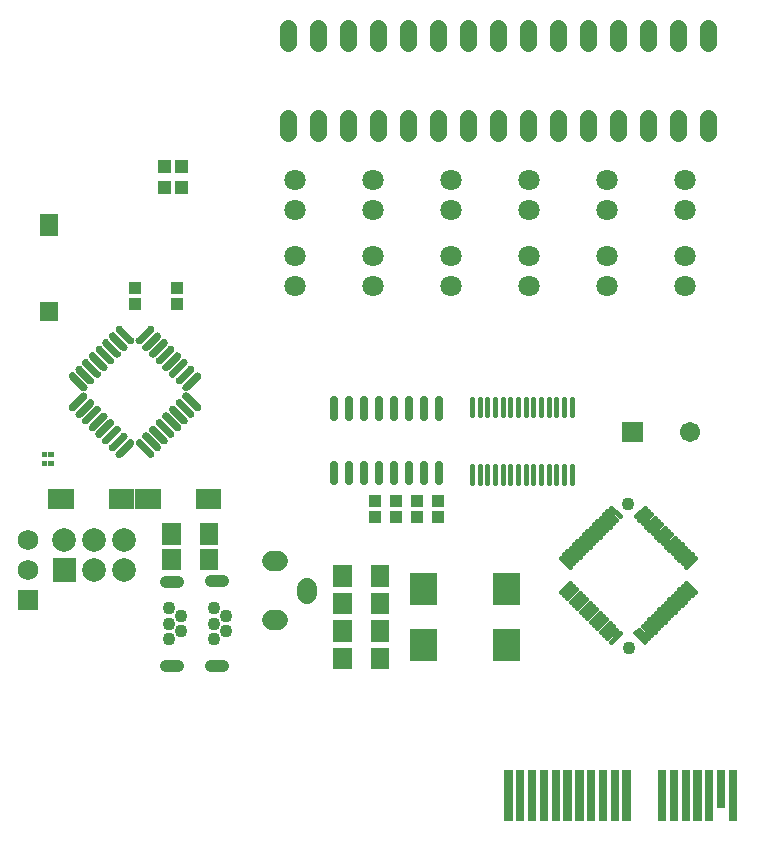
<source format=gts>
G04 Layer: TopSolderMaskLayer*
G04 EasyEDA v6.4.7, 2021-02-17T16:00:46+08:00*
G04 6587b44a977046f298512b0a2d276df7,119f753a6ce64b8d841f2ad33262ab0c,10*
G04 Gerber Generator version 0.2*
G04 Scale: 100 percent, Rotated: No, Reflected: No *
G04 Dimensions in millimeters *
G04 leading zeros omitted , absolute positions ,3 integer and 3 decimal *
%FSLAX33Y33*%
%MOMM*%
G90*
D02*

%ADD67C,1.403198*%
%ADD68C,0.406400*%
%ADD69C,1.727200*%
%ADD70C,0.444602*%
%ADD71C,0.703605*%
%ADD72C,1.003198*%
%ADD73C,2.003196*%
%ADD75C,1.803197*%
%ADD76C,1.092200*%
%ADD79C,1.703197*%
%ADD82R,1.727200X1.727200*%
%ADD83C,1.103198*%
%ADD84R,1.117600X1.117600*%

%LPD*%
G54D67*
G01X62611Y68420D02*
G01X62611Y67120D01*
G01X60071Y68420D02*
G01X60071Y67120D01*
G01X57531Y68420D02*
G01X57531Y67120D01*
G01X54991Y68420D02*
G01X54991Y67120D01*
G01X52451Y68420D02*
G01X52451Y67120D01*
G01X49911Y68420D02*
G01X49911Y67120D01*
G01X47371Y68420D02*
G01X47371Y67120D01*
G01X39751Y68420D02*
G01X39751Y67120D01*
G01X62611Y60800D02*
G01X62611Y59500D01*
G01X60071Y60800D02*
G01X60071Y59500D01*
G01X57531Y60800D02*
G01X57531Y59500D01*
G01X54991Y60800D02*
G01X54991Y59500D01*
G01X52451Y60800D02*
G01X52451Y59500D01*
G01X49911Y60800D02*
G01X49911Y59500D01*
G01X47371Y60800D02*
G01X47371Y59500D01*
G01X44831Y60800D02*
G01X44831Y59500D01*
G01X42291Y60800D02*
G01X42291Y59500D01*
G01X39751Y60800D02*
G01X39751Y59500D01*
G01X37211Y68420D02*
G01X37211Y67120D01*
G01X34671Y68420D02*
G01X34671Y67120D01*
G01X32131Y68420D02*
G01X32131Y67120D01*
G01X29591Y68420D02*
G01X29591Y67120D01*
G01X27051Y68420D02*
G01X27051Y67120D01*
G01X37211Y60800D02*
G01X37211Y59500D01*
G01X34671Y60800D02*
G01X34671Y59500D01*
G01X32131Y60800D02*
G01X32131Y59500D01*
G01X29591Y60800D02*
G01X29591Y59500D01*
G01X27051Y60800D02*
G01X27051Y59500D01*
G01X44831Y68420D02*
G01X44831Y67120D01*
G01X42291Y68420D02*
G01X42291Y67120D01*
G54D68*
G01X59818Y19012D02*
G01X59064Y19766D01*
G01X58404Y17598D02*
G01X57650Y18352D01*
G01X61233Y20426D02*
G01X60478Y21180D01*
G01X60950Y20143D02*
G01X60195Y20897D01*
G01X60384Y19577D02*
G01X59630Y20332D01*
G01X60101Y19295D02*
G01X59347Y20049D01*
G01X58687Y17881D02*
G01X57933Y18635D01*
G01X58970Y18163D02*
G01X58216Y18918D01*
G01X60667Y19860D02*
G01X59912Y20615D01*
G01X51192Y23113D02*
G01X50437Y23867D01*
G01X58121Y17315D02*
G01X57367Y18069D01*
G01X56518Y27073D02*
G01X57273Y27827D01*
G01X50154Y20709D02*
G01X50909Y21463D01*
G01X57556Y16749D02*
G01X56801Y17504D01*
G01X60195Y23396D02*
G01X60950Y24150D01*
G01X59253Y18446D02*
G01X58498Y19201D01*
G01X53548Y17315D02*
G01X54303Y18069D01*
G01X52134Y18729D02*
G01X52889Y19483D01*
G01X50909Y22830D02*
G01X50154Y23585D01*
G01X55152Y27073D02*
G01X54397Y27827D01*
G01X57838Y17032D02*
G01X57084Y17786D01*
G01X61515Y20709D02*
G01X60761Y21463D01*
G01X54114Y16749D02*
G01X54869Y17503D01*
G01X53831Y17032D02*
G01X54586Y17786D01*
G01X59535Y18729D02*
G01X58781Y19483D01*
G01X59912Y23679D02*
G01X60667Y24433D01*
G01X59630Y23962D02*
G01X60384Y24716D01*
G01X52606Y24527D02*
G01X51852Y25282D01*
G01X52889Y24810D02*
G01X52134Y25564D01*
G01X52323Y24244D02*
G01X51569Y24999D01*
G01X51757Y23679D02*
G01X51003Y24433D01*
G01X53171Y25093D02*
G01X52417Y25847D01*
G01X53454Y25376D02*
G01X52700Y26130D01*
G01X51474Y23396D02*
G01X50720Y24150D01*
G01X52040Y23962D02*
G01X51286Y24716D01*
G01X57932Y25659D02*
G01X58687Y26413D01*
G01X56801Y26790D02*
G01X57555Y27544D01*
G01X57084Y26507D02*
G01X57838Y27261D01*
G01X57650Y25941D02*
G01X58404Y26696D01*
G01X57367Y26224D02*
G01X58121Y26978D01*
G01X50720Y20143D02*
G01X51474Y20897D01*
G01X50437Y20426D02*
G01X51191Y21180D01*
G01X51003Y19860D02*
G01X51757Y20615D01*
G01X52983Y17881D02*
G01X53737Y18635D01*
G01X53266Y17598D02*
G01X54020Y18352D01*
G01X58781Y24810D02*
G01X59535Y25564D01*
G01X52700Y18163D02*
G01X53454Y18918D01*
G01X52417Y18446D02*
G01X53171Y19201D01*
G01X59064Y24527D02*
G01X59818Y25282D01*
G01X58498Y25093D02*
G01X59253Y25847D01*
G01X58215Y25376D02*
G01X58970Y26130D01*
G01X59347Y24244D02*
G01X60101Y24999D01*
G01X54397Y16466D02*
G01X55152Y17220D01*
G01X53737Y25659D02*
G01X52983Y26413D01*
G01X54586Y26507D02*
G01X53831Y27261D01*
G01X54020Y25941D02*
G01X53266Y26696D01*
G01X51851Y19012D02*
G01X52606Y19766D01*
G01X60761Y22830D02*
G01X61515Y23585D01*
G01X60478Y23113D02*
G01X61233Y23867D01*
G01X54303Y26224D02*
G01X53548Y26978D01*
G01X51568Y19295D02*
G01X52323Y20049D01*
G01X54869Y26790D02*
G01X54114Y27544D01*
G01X51286Y19577D02*
G01X52040Y20332D01*
G54D69*
G01X28655Y20542D02*
G01X28655Y21018D01*
G01X25716Y18280D02*
G01X26192Y18280D01*
G01X25716Y23280D02*
G01X26192Y23280D01*
G54D70*
G01X51088Y35652D02*
G01X51088Y37040D01*
G01X50438Y35652D02*
G01X50438Y37040D01*
G01X49788Y35652D02*
G01X49788Y37040D01*
G01X49138Y35652D02*
G01X49138Y37040D01*
G01X48488Y35652D02*
G01X48488Y37040D01*
G01X47838Y35652D02*
G01X47838Y37040D01*
G01X47187Y35652D02*
G01X47187Y37040D01*
G01X46537Y35652D02*
G01X46537Y37040D01*
G01X45887Y35652D02*
G01X45887Y37040D01*
G01X45237Y35652D02*
G01X45237Y37040D01*
G01X44587Y35652D02*
G01X44587Y37040D01*
G01X43937Y35652D02*
G01X43937Y37040D01*
G01X43287Y35652D02*
G01X43287Y37040D01*
G01X42637Y35652D02*
G01X42637Y37040D01*
G01X51088Y29920D02*
G01X51088Y31309D01*
G01X50438Y29920D02*
G01X50438Y31309D01*
G01X49788Y29920D02*
G01X49788Y31309D01*
G01X49138Y29920D02*
G01X49138Y31309D01*
G01X48488Y29920D02*
G01X48488Y31309D01*
G01X47838Y29920D02*
G01X47838Y31309D01*
G01X47187Y29920D02*
G01X47187Y31309D01*
G01X46537Y29920D02*
G01X46537Y31309D01*
G01X45887Y29920D02*
G01X45887Y31309D01*
G01X45237Y29920D02*
G01X45237Y31309D01*
G01X44587Y29920D02*
G01X44587Y31309D01*
G01X43937Y29920D02*
G01X43937Y31309D01*
G01X43287Y29920D02*
G01X43287Y31309D01*
G01X42637Y29920D02*
G01X42637Y31309D01*
G54D71*
G01X39878Y35531D02*
G01X39878Y36900D01*
G01X38608Y35531D02*
G01X38608Y36900D01*
G01X37338Y35531D02*
G01X37338Y36900D01*
G01X36068Y35531D02*
G01X36068Y36900D01*
G01X34798Y35531D02*
G01X34798Y36900D01*
G01X33528Y35531D02*
G01X33528Y36900D01*
G01X32258Y35531D02*
G01X32258Y36900D01*
G01X30988Y35531D02*
G01X30988Y36900D01*
G01X39878Y30060D02*
G01X39878Y31429D01*
G01X38608Y30060D02*
G01X38608Y31429D01*
G01X37338Y30060D02*
G01X37338Y31429D01*
G01X36068Y30060D02*
G01X36068Y31429D01*
G01X34798Y30060D02*
G01X34798Y31429D01*
G01X33528Y30060D02*
G01X33528Y31429D01*
G01X32258Y30060D02*
G01X32258Y31429D01*
G01X30988Y30060D02*
G01X30988Y31429D01*
G54D72*
G01X17746Y14408D02*
G01X16746Y14408D01*
G01X17746Y21565D02*
G01X16746Y21565D01*
G01X21556Y21569D02*
G01X20556Y21569D01*
G01X21556Y14411D02*
G01X20556Y14411D01*
G36*
G01X59385Y5600D02*
G01X60085Y5600D01*
G01X60085Y1300D01*
G01X59385Y1300D01*
G01X59385Y5600D01*
G37*
G36*
G01X58385Y5600D02*
G01X59085Y5600D01*
G01X59085Y1300D01*
G01X58385Y1300D01*
G01X58385Y5600D01*
G37*
G36*
G01X60385Y5600D02*
G01X61085Y5600D01*
G01X61085Y1300D01*
G01X60385Y1300D01*
G01X60385Y5600D01*
G37*
G36*
G01X62385Y5600D02*
G01X63085Y5600D01*
G01X63085Y1300D01*
G01X62385Y1300D01*
G01X62385Y5600D01*
G37*
G36*
G01X61385Y5600D02*
G01X62085Y5600D01*
G01X62085Y1300D01*
G01X61385Y1300D01*
G01X61385Y5600D01*
G37*
G36*
G01X64385Y5600D02*
G01X65085Y5600D01*
G01X65085Y1300D01*
G01X64385Y1300D01*
G01X64385Y5600D01*
G37*
G36*
G01X63385Y5600D02*
G01X64085Y5600D01*
G01X64085Y2400D01*
G01X63385Y2400D01*
G01X63385Y5600D01*
G37*
G36*
G01X46385Y5600D02*
G01X47085Y5600D01*
G01X47085Y1300D01*
G01X46385Y1300D01*
G01X46385Y5600D01*
G37*
G36*
G01X45385Y5600D02*
G01X46085Y5600D01*
G01X46085Y1300D01*
G01X45385Y1300D01*
G01X45385Y5600D01*
G37*
G36*
G01X47385Y5600D02*
G01X48085Y5600D01*
G01X48085Y1300D01*
G01X47385Y1300D01*
G01X47385Y5600D01*
G37*
G36*
G01X53385Y5600D02*
G01X54085Y5600D01*
G01X54085Y1300D01*
G01X53385Y1300D01*
G01X53385Y5600D01*
G37*
G36*
G01X52385Y5600D02*
G01X53085Y5600D01*
G01X53085Y1300D01*
G01X52385Y1300D01*
G01X52385Y5600D01*
G37*
G36*
G01X55385Y5600D02*
G01X56085Y5600D01*
G01X56085Y1300D01*
G01X55385Y1300D01*
G01X55385Y5600D01*
G37*
G36*
G01X54385Y5600D02*
G01X55085Y5600D01*
G01X55085Y1300D01*
G01X54385Y1300D01*
G01X54385Y5600D01*
G37*
G36*
G01X49385Y5600D02*
G01X50085Y5600D01*
G01X50085Y1300D01*
G01X49385Y1300D01*
G01X49385Y5600D01*
G37*
G36*
G01X48385Y5600D02*
G01X49085Y5600D01*
G01X49085Y1300D01*
G01X48385Y1300D01*
G01X48385Y5600D01*
G37*
G36*
G01X51385Y5600D02*
G01X52085Y5600D01*
G01X52085Y1300D01*
G01X51385Y1300D01*
G01X51385Y5600D01*
G37*
G36*
G01X50385Y5600D02*
G01X51085Y5600D01*
G01X51085Y1300D01*
G01X50385Y1300D01*
G01X50385Y5600D01*
G37*
G54D73*
G01X13208Y25098D03*
G01X13208Y22558D03*
G01X10668Y25098D03*
G01X10668Y22558D03*
G01X8128Y25098D03*
G36*
G01X7127Y21558D02*
G01X7127Y23559D01*
G01X9128Y23559D01*
G01X9128Y21558D01*
G01X7127Y21558D01*
G37*
G54D75*
G01X60706Y53038D03*
G01X60706Y55578D03*
G01X60706Y49101D03*
G01X60706Y46561D03*
G54D76*
G01X55835Y28151D03*
G36*
G01X57271Y16178D02*
G01X56230Y17222D01*
G01X56520Y17509D01*
G01X57561Y16467D01*
G01X57271Y16178D01*
G37*
G01X55975Y15923D03*
G36*
G01X55384Y33392D02*
G01X55384Y35093D01*
G01X57086Y35093D01*
G01X57086Y33392D01*
G01X55384Y33392D01*
G37*
G54D79*
G01X61112Y34242D03*
G36*
G01X44386Y14862D02*
G01X44386Y17555D01*
G01X46672Y17555D01*
G01X46672Y14862D01*
G01X44386Y14862D01*
G37*
G36*
G01X37401Y14862D02*
G01X37401Y17555D01*
G01X39687Y17555D01*
G01X39687Y14862D01*
G01X37401Y14862D01*
G37*
G36*
G01X34074Y16480D02*
G01X34074Y18309D01*
G01X35659Y18309D01*
G01X35659Y16480D01*
G01X34074Y16480D01*
G37*
G36*
G01X30888Y16480D02*
G01X30888Y18309D01*
G01X32473Y18309D01*
G01X32473Y16480D01*
G01X30888Y16480D01*
G37*
G36*
G01X34074Y14151D02*
G01X34074Y15980D01*
G01X35659Y15980D01*
G01X35659Y14151D01*
G01X34074Y14151D01*
G37*
G36*
G01X30888Y14151D02*
G01X30888Y15980D01*
G01X32473Y15980D01*
G01X32473Y14151D01*
G01X30888Y14151D01*
G37*
G36*
G01X37401Y19561D02*
G01X37401Y22254D01*
G01X39687Y22254D01*
G01X39687Y19561D01*
G01X37401Y19561D01*
G37*
G36*
G01X44386Y19561D02*
G01X44386Y22254D01*
G01X46672Y22254D01*
G01X46672Y19561D01*
G01X44386Y19561D01*
G37*
G36*
G01X30888Y21136D02*
G01X30888Y22965D01*
G01X32473Y22965D01*
G01X32473Y21136D01*
G01X30888Y21136D01*
G37*
G36*
G01X34074Y21136D02*
G01X34074Y22965D01*
G01X35659Y22965D01*
G01X35659Y21136D01*
G01X34074Y21136D01*
G37*
G36*
G01X30888Y18807D02*
G01X30888Y20636D01*
G01X32473Y20636D01*
G01X32473Y18807D01*
G01X30888Y18807D01*
G37*
G36*
G01X34074Y18807D02*
G01X34074Y20636D01*
G01X35659Y20636D01*
G01X35659Y18807D01*
G01X34074Y18807D01*
G37*
G54D82*
G01X5080Y20018D03*
G54D69*
G01X5080Y25098D03*
G01X5080Y22558D03*
G54D75*
G01X54102Y46561D03*
G01X54102Y49101D03*
G01X47498Y46561D03*
G01X47498Y49101D03*
G01X40894Y46561D03*
G01X40894Y49101D03*
G01X34290Y46561D03*
G01X34290Y49101D03*
G01X27686Y46561D03*
G01X27686Y49101D03*
G01X54102Y53038D03*
G01X54102Y55578D03*
G01X47498Y53038D03*
G01X47498Y55578D03*
G01X40894Y53038D03*
G01X40894Y55578D03*
G01X34290Y53038D03*
G01X34290Y55578D03*
G01X27686Y53038D03*
G01X27686Y55578D03*
G36*
G01X12189Y32602D02*
G01X12151Y32607D01*
G01X12113Y32614D01*
G01X12077Y32630D01*
G01X12044Y32647D01*
G01X12011Y32668D01*
G01X11983Y32693D01*
G01X11958Y32723D01*
G01X11935Y32754D01*
G01X11917Y32787D01*
G01X11904Y32825D01*
G01X11894Y32861D01*
G01X11892Y32899D01*
G01X11892Y32937D01*
G01X11894Y32975D01*
G01X11904Y33013D01*
G01X11917Y33049D01*
G01X11935Y33084D01*
G01X11958Y33115D01*
G01X11981Y33140D01*
G01X12938Y34098D01*
G01X12964Y34120D01*
G01X12994Y34143D01*
G01X13030Y34161D01*
G01X13065Y34174D01*
G01X13103Y34184D01*
G01X13141Y34187D01*
G01X13180Y34187D01*
G01X13218Y34184D01*
G01X13253Y34174D01*
G01X13289Y34161D01*
G01X13324Y34143D01*
G01X13355Y34120D01*
G01X13385Y34095D01*
G01X13411Y34067D01*
G01X13431Y34034D01*
G01X13449Y34001D01*
G01X13464Y33966D01*
G01X13472Y33927D01*
G01X13477Y33889D01*
G01X13477Y33851D01*
G01X13472Y33813D01*
G01X13464Y33775D01*
G01X13449Y33739D01*
G01X13431Y33706D01*
G01X13411Y33673D01*
G01X12405Y32668D01*
G01X12372Y32647D01*
G01X12339Y32630D01*
G01X12303Y32614D01*
G01X12265Y32607D01*
G01X12227Y32602D01*
G01X12189Y32602D01*
G37*
G36*
G01X11612Y33176D02*
G01X11574Y33181D01*
G01X11539Y33191D01*
G01X11503Y33204D01*
G01X11468Y33221D01*
G01X11437Y33244D01*
G01X11409Y33270D01*
G01X11384Y33298D01*
G01X11361Y33328D01*
G01X11343Y33364D01*
G01X11330Y33399D01*
G01X11320Y33435D01*
G01X11315Y33473D01*
G01X11315Y33513D01*
G01X11320Y33552D01*
G01X11330Y33587D01*
G01X11343Y33623D01*
G01X11361Y33658D01*
G01X11384Y33689D01*
G01X11407Y33717D01*
G01X12362Y34672D01*
G01X12390Y34695D01*
G01X12420Y34717D01*
G01X12453Y34735D01*
G01X12491Y34748D01*
G01X12527Y34758D01*
G01X12565Y34763D01*
G01X12606Y34763D01*
G01X12641Y34758D01*
G01X12679Y34748D01*
G01X12715Y34735D01*
G01X12748Y34717D01*
G01X12781Y34695D01*
G01X12809Y34669D01*
G01X12834Y34641D01*
G01X12857Y34608D01*
G01X12875Y34575D01*
G01X12887Y34540D01*
G01X12898Y34501D01*
G01X12903Y34466D01*
G01X12903Y34425D01*
G01X12898Y34387D01*
G01X12887Y34352D01*
G01X12875Y34314D01*
G01X12857Y34281D01*
G01X12834Y34250D01*
G01X12811Y34222D01*
G01X11856Y33267D01*
G01X11828Y33244D01*
G01X11798Y33221D01*
G01X11762Y33204D01*
G01X11727Y33191D01*
G01X11691Y33181D01*
G01X11653Y33176D01*
G01X11612Y33176D01*
G37*
G36*
G01X9926Y34865D02*
G01X9888Y34870D01*
G01X9850Y34877D01*
G01X9814Y34893D01*
G01X9781Y34910D01*
G01X9748Y34931D01*
G01X9720Y34956D01*
G01X9695Y34987D01*
G01X9672Y35017D01*
G01X9654Y35050D01*
G01X9641Y35088D01*
G01X9631Y35124D01*
G01X9629Y35162D01*
G01X9629Y35200D01*
G01X9631Y35238D01*
G01X9641Y35276D01*
G01X9654Y35312D01*
G01X9672Y35345D01*
G01X9695Y35378D01*
G01X9718Y35403D01*
G01X10675Y36361D01*
G01X10701Y36384D01*
G01X10734Y36406D01*
G01X10767Y36422D01*
G01X10802Y36437D01*
G01X10840Y36445D01*
G01X10876Y36450D01*
G01X10916Y36450D01*
G01X10955Y36445D01*
G01X10990Y36437D01*
G01X11028Y36422D01*
G01X11061Y36406D01*
G01X11092Y36384D01*
G01X11122Y36358D01*
G01X11148Y36330D01*
G01X11168Y36297D01*
G01X11186Y36264D01*
G01X11201Y36229D01*
G01X11209Y36191D01*
G01X11214Y36152D01*
G01X11214Y36114D01*
G01X11209Y36076D01*
G01X11201Y36038D01*
G01X11186Y36003D01*
G01X11168Y35970D01*
G01X11148Y35937D01*
G01X11122Y35911D01*
G01X10167Y34954D01*
G01X10139Y34931D01*
G01X10109Y34910D01*
G01X10076Y34893D01*
G01X10040Y34877D01*
G01X10002Y34870D01*
G01X9964Y34865D01*
G01X9926Y34865D01*
G37*
G36*
G01X8793Y35995D02*
G01X8755Y36000D01*
G01X8719Y36010D01*
G01X8684Y36023D01*
G01X8648Y36041D01*
G01X8618Y36064D01*
G01X8587Y36089D01*
G01X8562Y36117D01*
G01X8542Y36147D01*
G01X8524Y36183D01*
G01X8511Y36219D01*
G01X8501Y36257D01*
G01X8496Y36295D01*
G01X8496Y36333D01*
G01X8501Y36371D01*
G01X8511Y36406D01*
G01X8524Y36445D01*
G01X8542Y36478D01*
G01X8562Y36508D01*
G01X8587Y36536D01*
G01X9542Y37491D01*
G01X9570Y37514D01*
G01X9601Y37537D01*
G01X9634Y37555D01*
G01X9669Y37567D01*
G01X9707Y37577D01*
G01X9745Y37583D01*
G01X9784Y37583D01*
G01X9822Y37577D01*
G01X9860Y37567D01*
G01X9895Y37555D01*
G01X9928Y37537D01*
G01X9961Y37516D01*
G01X9989Y37489D01*
G01X10015Y37461D01*
G01X10038Y37430D01*
G01X10055Y37395D01*
G01X10068Y37359D01*
G01X10078Y37323D01*
G01X10083Y37283D01*
G01X10083Y37247D01*
G01X10078Y37207D01*
G01X10068Y37171D01*
G01X10055Y37135D01*
G01X10038Y37100D01*
G01X10015Y37069D01*
G01X9992Y37041D01*
G01X9034Y36086D01*
G01X9009Y36064D01*
G01X8978Y36041D01*
G01X8943Y36023D01*
G01X8907Y36010D01*
G01X8869Y36000D01*
G01X8831Y35995D01*
G01X8793Y35995D01*
G37*
G36*
G01X9756Y37694D02*
G01X9718Y37699D01*
G01X9682Y37710D01*
G01X9646Y37722D01*
G01X9611Y37740D01*
G01X9580Y37763D01*
G01X9552Y37786D01*
G01X8597Y38741D01*
G01X8575Y38769D01*
G01X8552Y38799D01*
G01X8534Y38835D01*
G01X8521Y38870D01*
G01X8511Y38906D01*
G01X8506Y38944D01*
G01X8506Y38985D01*
G01X8511Y39023D01*
G01X8521Y39058D01*
G01X8534Y39094D01*
G01X8552Y39129D01*
G01X8575Y39160D01*
G01X8600Y39190D01*
G01X8628Y39213D01*
G01X8661Y39236D01*
G01X8694Y39254D01*
G01X8729Y39267D01*
G01X8768Y39277D01*
G01X8806Y39282D01*
G01X8844Y39282D01*
G01X8882Y39277D01*
G01X8920Y39267D01*
G01X8956Y39254D01*
G01X8989Y39236D01*
G01X9022Y39213D01*
G01X9047Y39190D01*
G01X10002Y38235D01*
G01X10027Y38207D01*
G01X10048Y38177D01*
G01X10066Y38144D01*
G01X10078Y38108D01*
G01X10088Y38070D01*
G01X10093Y38032D01*
G01X10093Y37994D01*
G01X10088Y37956D01*
G01X10078Y37918D01*
G01X10066Y37882D01*
G01X10048Y37849D01*
G01X10025Y37816D01*
G01X9999Y37788D01*
G01X9972Y37763D01*
G01X9941Y37740D01*
G01X9906Y37722D01*
G01X9870Y37710D01*
G01X9834Y37699D01*
G01X9796Y37694D01*
G01X9756Y37694D01*
G37*
G36*
G01X10322Y38261D02*
G01X10284Y38266D01*
G01X10246Y38273D01*
G01X10210Y38289D01*
G01X10177Y38306D01*
G01X10144Y38327D01*
G01X9138Y39333D01*
G01X9118Y39366D01*
G01X9100Y39399D01*
G01X9085Y39434D01*
G01X9077Y39472D01*
G01X9072Y39510D01*
G01X9072Y39548D01*
G01X9077Y39587D01*
G01X9085Y39625D01*
G01X9100Y39660D01*
G01X9118Y39693D01*
G01X9141Y39726D01*
G01X9166Y39754D01*
G01X9194Y39780D01*
G01X9225Y39802D01*
G01X9260Y39820D01*
G01X9296Y39833D01*
G01X9331Y39843D01*
G01X9370Y39846D01*
G01X9410Y39846D01*
G01X9446Y39843D01*
G01X9484Y39833D01*
G01X9519Y39820D01*
G01X9555Y39802D01*
G01X9585Y39780D01*
G01X9611Y39757D01*
G01X10568Y38802D01*
G01X10591Y38774D01*
G01X10614Y38743D01*
G01X10632Y38708D01*
G01X10645Y38672D01*
G01X10655Y38634D01*
G01X10657Y38596D01*
G01X10657Y38558D01*
G01X10655Y38520D01*
G01X10645Y38484D01*
G01X10632Y38449D01*
G01X10614Y38413D01*
G01X10591Y38383D01*
G01X10566Y38352D01*
G01X10538Y38329D01*
G01X10505Y38306D01*
G01X10472Y38289D01*
G01X10436Y38273D01*
G01X10398Y38266D01*
G01X10360Y38261D01*
G01X10322Y38261D01*
G37*
G36*
G01X10888Y38827D02*
G01X10850Y38832D01*
G01X10812Y38840D01*
G01X10777Y38853D01*
G01X10744Y38870D01*
G01X10711Y38893D01*
G01X10685Y38916D01*
G01X9728Y39874D01*
G01X9705Y39899D01*
G01X9682Y39932D01*
G01X9664Y39965D01*
G01X9652Y40001D01*
G01X9641Y40039D01*
G01X9639Y40077D01*
G01X9639Y40115D01*
G01X9644Y40153D01*
G01X9652Y40189D01*
G01X9664Y40227D01*
G01X9682Y40260D01*
G01X9705Y40293D01*
G01X9730Y40321D01*
G01X9758Y40346D01*
G01X9791Y40366D01*
G01X9824Y40384D01*
G01X9860Y40399D01*
G01X9898Y40407D01*
G01X9936Y40412D01*
G01X9974Y40412D01*
G01X10012Y40407D01*
G01X10050Y40399D01*
G01X10086Y40384D01*
G01X10119Y40366D01*
G01X10152Y40346D01*
G01X11158Y39340D01*
G01X11178Y39307D01*
G01X11196Y39274D01*
G01X11211Y39239D01*
G01X11219Y39200D01*
G01X11224Y39162D01*
G01X11224Y39124D01*
G01X11219Y39086D01*
G01X11211Y39048D01*
G01X11196Y39013D01*
G01X11178Y38980D01*
G01X11158Y38946D01*
G01X11132Y38919D01*
G01X11104Y38893D01*
G01X11071Y38870D01*
G01X11038Y38853D01*
G01X11000Y38840D01*
G01X10965Y38832D01*
G01X10927Y38827D01*
G01X10888Y38827D01*
G37*
G36*
G01X11452Y39391D02*
G01X11414Y39396D01*
G01X11379Y39406D01*
G01X11341Y39419D01*
G01X11308Y39437D01*
G01X11277Y39460D01*
G01X11249Y39482D01*
G01X10294Y40437D01*
G01X10271Y40465D01*
G01X10248Y40496D01*
G01X10231Y40531D01*
G01X10218Y40567D01*
G01X10208Y40603D01*
G01X10203Y40641D01*
G01X10203Y40681D01*
G01X10208Y40717D01*
G01X10218Y40755D01*
G01X10231Y40791D01*
G01X10248Y40826D01*
G01X10271Y40857D01*
G01X10297Y40885D01*
G01X10325Y40910D01*
G01X10358Y40933D01*
G01X10391Y40951D01*
G01X10426Y40963D01*
G01X10464Y40973D01*
G01X10500Y40978D01*
G01X10541Y40978D01*
G01X10579Y40973D01*
G01X10614Y40963D01*
G01X10650Y40951D01*
G01X10685Y40933D01*
G01X10716Y40910D01*
G01X10744Y40887D01*
G01X11699Y39932D01*
G01X11722Y39904D01*
G01X11744Y39874D01*
G01X11762Y39838D01*
G01X11775Y39802D01*
G01X11785Y39767D01*
G01X11790Y39729D01*
G01X11790Y39688D01*
G01X11785Y39653D01*
G01X11775Y39615D01*
G01X11762Y39579D01*
G01X11744Y39546D01*
G01X11722Y39513D01*
G01X11696Y39485D01*
G01X11668Y39460D01*
G01X11638Y39437D01*
G01X11602Y39419D01*
G01X11567Y39406D01*
G01X11529Y39396D01*
G01X11490Y39391D01*
G01X11452Y39391D01*
G37*
G36*
G01X12019Y39957D02*
G01X11981Y39962D01*
G01X11943Y39970D01*
G01X11907Y39985D01*
G01X11874Y40003D01*
G01X11841Y40023D01*
G01X11816Y40046D01*
G01X10861Y41004D01*
G01X10835Y41029D01*
G01X10815Y41062D01*
G01X10797Y41095D01*
G01X10782Y41131D01*
G01X10774Y41169D01*
G01X10769Y41207D01*
G01X10769Y41245D01*
G01X10774Y41283D01*
G01X10782Y41321D01*
G01X10797Y41357D01*
G01X10815Y41390D01*
G01X10835Y41423D01*
G01X10861Y41451D01*
G01X10888Y41476D01*
G01X10922Y41499D01*
G01X10955Y41517D01*
G01X10993Y41530D01*
G01X11028Y41537D01*
G01X11066Y41542D01*
G01X11104Y41542D01*
G01X11142Y41537D01*
G01X11181Y41530D01*
G01X11216Y41517D01*
G01X11249Y41499D01*
G01X11282Y41476D01*
G01X11308Y41453D01*
G01X12265Y40496D01*
G01X12288Y40470D01*
G01X12311Y40437D01*
G01X12329Y40404D01*
G01X12341Y40369D01*
G01X12349Y40331D01*
G01X12354Y40293D01*
G01X12354Y40255D01*
G01X12349Y40216D01*
G01X12341Y40181D01*
G01X12329Y40143D01*
G01X12311Y40110D01*
G01X12288Y40079D01*
G01X12263Y40049D01*
G01X12235Y40023D01*
G01X12202Y40003D01*
G01X12169Y39985D01*
G01X12133Y39970D01*
G01X12095Y39962D01*
G01X12057Y39957D01*
G01X12019Y39957D01*
G37*
G36*
G01X13149Y41088D02*
G01X13111Y41093D01*
G01X13075Y41103D01*
G01X13037Y41116D01*
G01X13004Y41133D01*
G01X12974Y41156D01*
G01X12946Y41179D01*
G01X11991Y42134D01*
G01X11968Y42162D01*
G01X11945Y42193D01*
G01X11927Y42226D01*
G01X11915Y42264D01*
G01X11904Y42299D01*
G01X11899Y42337D01*
G01X11899Y42375D01*
G01X11904Y42414D01*
G01X11915Y42452D01*
G01X11927Y42487D01*
G01X11945Y42520D01*
G01X11965Y42553D01*
G01X11993Y42581D01*
G01X12021Y42607D01*
G01X12052Y42629D01*
G01X12087Y42647D01*
G01X12123Y42660D01*
G01X12158Y42670D01*
G01X12199Y42675D01*
G01X12235Y42675D01*
G01X12275Y42670D01*
G01X12311Y42660D01*
G01X12346Y42647D01*
G01X12382Y42629D01*
G01X12412Y42607D01*
G01X12440Y42584D01*
G01X13395Y41629D01*
G01X13418Y41601D01*
G01X13441Y41570D01*
G01X13459Y41535D01*
G01X13472Y41499D01*
G01X13482Y41464D01*
G01X13487Y41423D01*
G01X13487Y41387D01*
G01X13482Y41347D01*
G01X13472Y41311D01*
G01X13459Y41276D01*
G01X13441Y41240D01*
G01X13418Y41210D01*
G01X13393Y41182D01*
G01X13365Y41156D01*
G01X13335Y41133D01*
G01X13299Y41116D01*
G01X13263Y41103D01*
G01X13225Y41093D01*
G01X13187Y41088D01*
G01X13149Y41088D01*
G37*
G36*
G01X12585Y40521D02*
G01X12547Y40526D01*
G01X12509Y40537D01*
G01X12473Y40549D01*
G01X12438Y40567D01*
G01X12407Y40590D01*
G01X12382Y40613D01*
G01X11424Y41568D01*
G01X11402Y41596D01*
G01X11379Y41626D01*
G01X11361Y41662D01*
G01X11348Y41697D01*
G01X11338Y41735D01*
G01X11333Y41774D01*
G01X11333Y41812D01*
G01X11338Y41850D01*
G01X11348Y41885D01*
G01X11361Y41921D01*
G01X11379Y41956D01*
G01X11402Y41987D01*
G01X11427Y42017D01*
G01X11455Y42040D01*
G01X11488Y42063D01*
G01X11521Y42081D01*
G01X11557Y42096D01*
G01X11595Y42104D01*
G01X11633Y42109D01*
G01X11671Y42109D01*
G01X11709Y42104D01*
G01X11747Y42096D01*
G01X11783Y42081D01*
G01X11816Y42063D01*
G01X11849Y42043D01*
G01X12854Y41037D01*
G01X12875Y41004D01*
G01X12893Y40971D01*
G01X12908Y40935D01*
G01X12915Y40897D01*
G01X12920Y40859D01*
G01X12920Y40821D01*
G01X12915Y40783D01*
G01X12908Y40745D01*
G01X12893Y40709D01*
G01X12875Y40676D01*
G01X12854Y40643D01*
G01X12829Y40615D01*
G01X12799Y40590D01*
G01X12768Y40567D01*
G01X12733Y40549D01*
G01X12697Y40537D01*
G01X12661Y40526D01*
G01X12623Y40521D01*
G01X12585Y40521D01*
G37*
G36*
G01X13716Y41654D02*
G01X13677Y41659D01*
G01X13639Y41667D01*
G01X13604Y41682D01*
G01X13571Y41700D01*
G01X13538Y41720D01*
G01X13512Y41743D01*
G01X12555Y42701D01*
G01X12532Y42726D01*
G01X12512Y42759D01*
G01X12494Y42792D01*
G01X12479Y42828D01*
G01X12471Y42866D01*
G01X12466Y42904D01*
G01X12466Y42942D01*
G01X12471Y42980D01*
G01X12479Y43018D01*
G01X12494Y43054D01*
G01X12512Y43087D01*
G01X12532Y43117D01*
G01X12557Y43148D01*
G01X12588Y43173D01*
G01X12618Y43193D01*
G01X12651Y43211D01*
G01X12687Y43226D01*
G01X12725Y43234D01*
G01X12763Y43239D01*
G01X12801Y43239D01*
G01X12839Y43234D01*
G01X12877Y43226D01*
G01X12913Y43211D01*
G01X12946Y43193D01*
G01X12979Y43173D01*
G01X13004Y43150D01*
G01X13962Y42193D01*
G01X13985Y42167D01*
G01X14005Y42134D01*
G01X14023Y42101D01*
G01X14038Y42066D01*
G01X14046Y42028D01*
G01X14051Y41989D01*
G01X14051Y41951D01*
G01X14046Y41913D01*
G01X14038Y41875D01*
G01X14023Y41840D01*
G01X14005Y41807D01*
G01X13985Y41776D01*
G01X13959Y41746D01*
G01X13929Y41720D01*
G01X13898Y41700D01*
G01X13865Y41682D01*
G01X13830Y41667D01*
G01X13792Y41659D01*
G01X13754Y41654D01*
G01X13716Y41654D01*
G37*
G36*
G01X15976Y32607D02*
G01X15938Y32612D01*
G01X15902Y32619D01*
G01X15864Y32635D01*
G01X15831Y32652D01*
G01X15801Y32673D01*
G01X15773Y32696D01*
G01X14818Y33653D01*
G01X14795Y33679D01*
G01X14772Y33712D01*
G01X14754Y33745D01*
G01X14742Y33780D01*
G01X14732Y33818D01*
G01X14726Y33856D01*
G01X14726Y33894D01*
G01X14732Y33933D01*
G01X14742Y33971D01*
G01X14754Y34006D01*
G01X14772Y34039D01*
G01X14795Y34072D01*
G01X14820Y34100D01*
G01X14848Y34126D01*
G01X14879Y34148D01*
G01X14914Y34166D01*
G01X14950Y34179D01*
G01X14986Y34189D01*
G01X15026Y34192D01*
G01X15064Y34192D01*
G01X15102Y34189D01*
G01X15138Y34179D01*
G01X15173Y34166D01*
G01X15209Y34148D01*
G01X15240Y34126D01*
G01X15267Y34103D01*
G01X16222Y33145D01*
G01X16245Y33120D01*
G01X16268Y33087D01*
G01X16286Y33054D01*
G01X16299Y33018D01*
G01X16309Y32980D01*
G01X16314Y32942D01*
G01X16314Y32904D01*
G01X16309Y32866D01*
G01X16299Y32828D01*
G01X16286Y32792D01*
G01X16268Y32759D01*
G01X16245Y32726D01*
G01X16220Y32698D01*
G01X16192Y32673D01*
G01X16162Y32652D01*
G01X16126Y32635D01*
G01X16090Y32619D01*
G01X16052Y32612D01*
G01X16017Y32607D01*
G01X15976Y32607D01*
G37*
G36*
G01X16543Y33171D02*
G01X16504Y33176D01*
G01X16466Y33186D01*
G01X16431Y33198D01*
G01X16398Y33216D01*
G01X16365Y33239D01*
G01X16339Y33262D01*
G01X15382Y34217D01*
G01X15359Y34245D01*
G01X15339Y34275D01*
G01X15321Y34311D01*
G01X15306Y34347D01*
G01X15298Y34382D01*
G01X15293Y34420D01*
G01X15293Y34461D01*
G01X15298Y34499D01*
G01X15306Y34535D01*
G01X15321Y34570D01*
G01X15339Y34606D01*
G01X15359Y34636D01*
G01X15384Y34664D01*
G01X15412Y34692D01*
G01X15445Y34712D01*
G01X15478Y34730D01*
G01X15514Y34743D01*
G01X15552Y34753D01*
G01X15590Y34758D01*
G01X15628Y34758D01*
G01X15666Y34753D01*
G01X15704Y34743D01*
G01X15740Y34730D01*
G01X15773Y34712D01*
G01X15806Y34692D01*
G01X15831Y34667D01*
G01X16789Y33712D01*
G01X16812Y33686D01*
G01X16832Y33653D01*
G01X16850Y33620D01*
G01X16865Y33585D01*
G01X16873Y33546D01*
G01X16878Y33508D01*
G01X16878Y33470D01*
G01X16873Y33432D01*
G01X16865Y33394D01*
G01X16850Y33358D01*
G01X16832Y33325D01*
G01X16812Y33292D01*
G01X16786Y33265D01*
G01X16758Y33239D01*
G01X16725Y33216D01*
G01X16692Y33198D01*
G01X16657Y33186D01*
G01X16619Y33176D01*
G01X16581Y33171D01*
G01X16543Y33171D01*
G37*
G36*
G01X15420Y32045D02*
G01X15384Y32050D01*
G01X15346Y32058D01*
G01X15311Y32073D01*
G01X15275Y32091D01*
G01X15245Y32111D01*
G01X15219Y32134D01*
G01X14262Y33092D01*
G01X14239Y33117D01*
G01X14216Y33150D01*
G01X14198Y33183D01*
G01X14185Y33219D01*
G01X14175Y33257D01*
G01X14173Y33295D01*
G01X14173Y33333D01*
G01X14175Y33371D01*
G01X14185Y33407D01*
G01X14198Y33445D01*
G01X14216Y33478D01*
G01X14239Y33511D01*
G01X14264Y33539D01*
G01X14292Y33564D01*
G01X14325Y33585D01*
G01X14358Y33602D01*
G01X14394Y33618D01*
G01X14432Y33625D01*
G01X14470Y33630D01*
G01X14508Y33630D01*
G01X14546Y33625D01*
G01X14584Y33618D01*
G01X14620Y33602D01*
G01X14653Y33585D01*
G01X14683Y33564D01*
G01X14711Y33541D01*
G01X15666Y32584D01*
G01X15689Y32558D01*
G01X15712Y32525D01*
G01X15730Y32492D01*
G01X15745Y32457D01*
G01X15753Y32419D01*
G01X15758Y32381D01*
G01X15758Y32342D01*
G01X15753Y32304D01*
G01X15745Y32266D01*
G01X15730Y32231D01*
G01X15712Y32198D01*
G01X15689Y32165D01*
G01X15666Y32137D01*
G01X15636Y32111D01*
G01X15605Y32091D01*
G01X15570Y32073D01*
G01X15534Y32058D01*
G01X15499Y32050D01*
G01X15460Y32045D01*
G01X15420Y32045D01*
G37*
G36*
G01X11056Y33732D02*
G01X11018Y33737D01*
G01X10982Y33747D01*
G01X10947Y33760D01*
G01X10911Y33778D01*
G01X10881Y33800D01*
G01X10850Y33826D01*
G01X10828Y33854D01*
G01X10805Y33884D01*
G01X10787Y33920D01*
G01X10772Y33955D01*
G01X10764Y33993D01*
G01X10759Y34032D01*
G01X10759Y34070D01*
G01X10764Y34108D01*
G01X10772Y34143D01*
G01X10787Y34181D01*
G01X10805Y34214D01*
G01X10825Y34245D01*
G01X10850Y34273D01*
G01X11805Y35228D01*
G01X11831Y35251D01*
G01X11864Y35274D01*
G01X11897Y35291D01*
G01X11932Y35304D01*
G01X11971Y35314D01*
G01X12009Y35319D01*
G01X12047Y35319D01*
G01X12085Y35314D01*
G01X12123Y35304D01*
G01X12158Y35291D01*
G01X12192Y35274D01*
G01X12225Y35251D01*
G01X12252Y35228D01*
G01X12278Y35197D01*
G01X12301Y35167D01*
G01X12319Y35131D01*
G01X12331Y35096D01*
G01X12341Y35060D01*
G01X12346Y35022D01*
G01X12346Y34982D01*
G01X12341Y34943D01*
G01X12331Y34908D01*
G01X12319Y34872D01*
G01X12301Y34837D01*
G01X12278Y34806D01*
G01X12255Y34778D01*
G01X11297Y33823D01*
G01X11272Y33800D01*
G01X11239Y33778D01*
G01X11206Y33760D01*
G01X11170Y33747D01*
G01X11132Y33737D01*
G01X11097Y33732D01*
G01X11056Y33732D01*
G37*
G36*
G01X9370Y35421D02*
G01X9331Y35426D01*
G01X9293Y35436D01*
G01X9258Y35449D01*
G01X9222Y35467D01*
G01X9192Y35487D01*
G01X9164Y35512D01*
G01X9138Y35543D01*
G01X9116Y35573D01*
G01X9098Y35609D01*
G01X9085Y35644D01*
G01X9075Y35680D01*
G01X9070Y35718D01*
G01X9070Y35759D01*
G01X9075Y35797D01*
G01X9085Y35832D01*
G01X9098Y35868D01*
G01X9116Y35904D01*
G01X9138Y35934D01*
G01X9161Y35959D01*
G01X10116Y36917D01*
G01X10144Y36940D01*
G01X10175Y36963D01*
G01X10210Y36981D01*
G01X10246Y36993D01*
G01X10281Y37003D01*
G01X10320Y37008D01*
G01X10360Y37008D01*
G01X10398Y37003D01*
G01X10434Y36993D01*
G01X10469Y36981D01*
G01X10505Y36963D01*
G01X10535Y36940D01*
G01X10563Y36914D01*
G01X10589Y36887D01*
G01X10612Y36854D01*
G01X10629Y36821D01*
G01X10642Y36785D01*
G01X10652Y36747D01*
G01X10657Y36709D01*
G01X10657Y36671D01*
G01X10652Y36633D01*
G01X10642Y36594D01*
G01X10629Y36559D01*
G01X10612Y36526D01*
G01X10589Y36495D01*
G01X10566Y36467D01*
G01X9611Y35512D01*
G01X9583Y35487D01*
G01X9552Y35467D01*
G01X9519Y35449D01*
G01X9481Y35436D01*
G01X9446Y35426D01*
G01X9408Y35421D01*
G01X9370Y35421D01*
G37*
G36*
G01X10500Y34291D02*
G01X10462Y34296D01*
G01X10424Y34303D01*
G01X10388Y34316D01*
G01X10355Y34334D01*
G01X10322Y34357D01*
G01X10294Y34382D01*
G01X10269Y34410D01*
G01X10248Y34443D01*
G01X10231Y34476D01*
G01X10215Y34512D01*
G01X10208Y34550D01*
G01X10203Y34588D01*
G01X10203Y34626D01*
G01X10208Y34664D01*
G01X10215Y34702D01*
G01X10231Y34738D01*
G01X10248Y34771D01*
G01X10269Y34804D01*
G01X11275Y35810D01*
G01X11308Y35830D01*
G01X11341Y35848D01*
G01X11376Y35863D01*
G01X11414Y35871D01*
G01X11452Y35876D01*
G01X11490Y35876D01*
G01X11529Y35871D01*
G01X11567Y35863D01*
G01X11602Y35848D01*
G01X11635Y35830D01*
G01X11668Y35810D01*
G01X11696Y35784D01*
G01X11722Y35756D01*
G01X11744Y35723D01*
G01X11760Y35690D01*
G01X11775Y35652D01*
G01X11783Y35617D01*
G01X11788Y35578D01*
G01X11788Y35540D01*
G01X11783Y35502D01*
G01X11775Y35464D01*
G01X11760Y35429D01*
G01X11742Y35396D01*
G01X11722Y35363D01*
G01X11699Y35337D01*
G01X10741Y34380D01*
G01X10716Y34357D01*
G01X10683Y34334D01*
G01X10650Y34316D01*
G01X10614Y34303D01*
G01X10576Y34296D01*
G01X10538Y34291D01*
G01X10500Y34291D01*
G37*
G36*
G01X12753Y32022D02*
G01X12717Y32028D01*
G01X12679Y32038D01*
G01X12644Y32050D01*
G01X12608Y32068D01*
G01X12578Y32091D01*
G01X12550Y32116D01*
G01X12524Y32144D01*
G01X12501Y32177D01*
G01X12484Y32210D01*
G01X12471Y32246D01*
G01X12461Y32284D01*
G01X12456Y32322D01*
G01X12456Y32360D01*
G01X12461Y32398D01*
G01X12471Y32436D01*
G01X12484Y32472D01*
G01X12501Y32505D01*
G01X12524Y32538D01*
G01X12547Y32563D01*
G01X13502Y33519D01*
G01X13530Y33544D01*
G01X13561Y33564D01*
G01X13596Y33582D01*
G01X13632Y33597D01*
G01X13667Y33605D01*
G01X13705Y33610D01*
G01X13746Y33610D01*
G01X13782Y33605D01*
G01X13820Y33597D01*
G01X13855Y33582D01*
G01X13888Y33564D01*
G01X13921Y33544D01*
G01X13949Y33519D01*
G01X13975Y33488D01*
G01X13997Y33458D01*
G01X14015Y33422D01*
G01X14028Y33386D01*
G01X14038Y33351D01*
G01X14043Y33313D01*
G01X14043Y33272D01*
G01X14038Y33237D01*
G01X14028Y33198D01*
G01X14015Y33163D01*
G01X13997Y33130D01*
G01X13975Y33097D01*
G01X13952Y33069D01*
G01X12997Y32114D01*
G01X12969Y32091D01*
G01X12938Y32068D01*
G01X12905Y32050D01*
G01X12867Y32038D01*
G01X12832Y32028D01*
G01X12793Y32022D01*
G01X12753Y32022D01*
G37*
G36*
G01X17673Y34303D02*
G01X17635Y34308D01*
G01X17597Y34316D01*
G01X17561Y34331D01*
G01X17528Y34349D01*
G01X17495Y34369D01*
G01X17470Y34392D01*
G01X16515Y35350D01*
G01X16489Y35375D01*
G01X16469Y35408D01*
G01X16451Y35441D01*
G01X16438Y35477D01*
G01X16428Y35515D01*
G01X16423Y35553D01*
G01X16423Y35591D01*
G01X16428Y35629D01*
G01X16438Y35667D01*
G01X16451Y35703D01*
G01X16469Y35736D01*
G01X16489Y35769D01*
G01X16517Y35797D01*
G01X16545Y35822D01*
G01X16576Y35843D01*
G01X16611Y35860D01*
G01X16647Y35876D01*
G01X16682Y35883D01*
G01X16720Y35888D01*
G01X16761Y35888D01*
G01X16799Y35883D01*
G01X16835Y35876D01*
G01X16870Y35860D01*
G01X16906Y35843D01*
G01X16936Y35822D01*
G01X16962Y35797D01*
G01X17919Y34842D01*
G01X17942Y34816D01*
G01X17965Y34783D01*
G01X17983Y34750D01*
G01X17995Y34715D01*
G01X18006Y34677D01*
G01X18011Y34639D01*
G01X18011Y34601D01*
G01X18006Y34562D01*
G01X17995Y34524D01*
G01X17983Y34489D01*
G01X17965Y34456D01*
G01X17942Y34423D01*
G01X17917Y34395D01*
G01X17889Y34369D01*
G01X17856Y34349D01*
G01X17823Y34331D01*
G01X17787Y34316D01*
G01X17749Y34308D01*
G01X17711Y34303D01*
G01X17673Y34303D01*
G37*
G36*
G01X18239Y34867D02*
G01X18201Y34872D01*
G01X18163Y34882D01*
G01X18127Y34895D01*
G01X18094Y34913D01*
G01X18061Y34936D01*
G01X18036Y34959D01*
G01X17078Y35914D01*
G01X17056Y35942D01*
G01X17035Y35972D01*
G01X17015Y36005D01*
G01X17002Y36043D01*
G01X16992Y36079D01*
G01X16990Y36117D01*
G01X16990Y36155D01*
G01X16992Y36196D01*
G01X17002Y36231D01*
G01X17015Y36267D01*
G01X17035Y36302D01*
G01X17056Y36333D01*
G01X17081Y36361D01*
G01X17109Y36386D01*
G01X17142Y36409D01*
G01X17175Y36427D01*
G01X17211Y36440D01*
G01X17249Y36450D01*
G01X17287Y36455D01*
G01X17325Y36455D01*
G01X17363Y36450D01*
G01X17401Y36440D01*
G01X17437Y36427D01*
G01X17470Y36409D01*
G01X17503Y36386D01*
G01X17528Y36363D01*
G01X18486Y35408D01*
G01X18508Y35380D01*
G01X18529Y35350D01*
G01X18547Y35317D01*
G01X18562Y35279D01*
G01X18569Y35243D01*
G01X18575Y35205D01*
G01X18575Y35164D01*
G01X18569Y35129D01*
G01X18562Y35091D01*
G01X18547Y35055D01*
G01X18529Y35022D01*
G01X18508Y34989D01*
G01X18483Y34961D01*
G01X18455Y34936D01*
G01X18422Y34913D01*
G01X18389Y34895D01*
G01X18354Y34882D01*
G01X18315Y34872D01*
G01X18277Y34867D01*
G01X18239Y34867D01*
G37*
G36*
G01X18806Y35434D02*
G01X18768Y35439D01*
G01X18729Y35449D01*
G01X18694Y35462D01*
G01X18658Y35479D01*
G01X18628Y35502D01*
G01X18602Y35525D01*
G01X17645Y36480D01*
G01X17622Y36508D01*
G01X17599Y36539D01*
G01X17581Y36572D01*
G01X17569Y36610D01*
G01X17559Y36645D01*
G01X17556Y36683D01*
G01X17556Y36721D01*
G01X17559Y36760D01*
G01X17569Y36798D01*
G01X17581Y36833D01*
G01X17599Y36869D01*
G01X17622Y36899D01*
G01X17647Y36927D01*
G01X17675Y36953D01*
G01X17708Y36975D01*
G01X17741Y36993D01*
G01X17777Y37006D01*
G01X17815Y37016D01*
G01X17853Y37021D01*
G01X17891Y37021D01*
G01X17929Y37016D01*
G01X17967Y37006D01*
G01X18003Y36993D01*
G01X18036Y36975D01*
G01X18067Y36953D01*
G01X18094Y36930D01*
G01X19050Y35975D01*
G01X19075Y35947D01*
G01X19095Y35916D01*
G01X19113Y35881D01*
G01X19128Y35845D01*
G01X19136Y35810D01*
G01X19141Y35771D01*
G01X19141Y35733D01*
G01X19136Y35693D01*
G01X19128Y35657D01*
G01X19113Y35622D01*
G01X19095Y35586D01*
G01X19075Y35556D01*
G01X19050Y35528D01*
G01X19019Y35502D01*
G01X18989Y35479D01*
G01X18956Y35462D01*
G01X18917Y35449D01*
G01X18882Y35439D01*
G01X18844Y35434D01*
G01X18806Y35434D01*
G37*
G36*
G01X17106Y33737D02*
G01X17071Y33742D01*
G01X17033Y33752D01*
G01X16997Y33765D01*
G01X16962Y33783D01*
G01X16931Y33806D01*
G01X16906Y33828D01*
G01X15948Y34783D01*
G01X15925Y34811D01*
G01X15902Y34842D01*
G01X15885Y34875D01*
G01X15872Y34910D01*
G01X15862Y34949D01*
G01X15859Y34987D01*
G01X15859Y35025D01*
G01X15862Y35063D01*
G01X15872Y35101D01*
G01X15885Y35136D01*
G01X15902Y35170D01*
G01X15925Y35203D01*
G01X15951Y35230D01*
G01X15979Y35256D01*
G01X16012Y35279D01*
G01X16045Y35297D01*
G01X16080Y35309D01*
G01X16118Y35319D01*
G01X16156Y35324D01*
G01X16195Y35324D01*
G01X16233Y35319D01*
G01X16271Y35309D01*
G01X16306Y35297D01*
G01X16339Y35279D01*
G01X16372Y35256D01*
G01X16398Y35233D01*
G01X17353Y34278D01*
G01X17378Y34250D01*
G01X17399Y34220D01*
G01X17416Y34184D01*
G01X17432Y34148D01*
G01X17439Y34113D01*
G01X17444Y34075D01*
G01X17444Y34034D01*
G01X17439Y33996D01*
G01X17432Y33960D01*
G01X17416Y33925D01*
G01X17399Y33889D01*
G01X17376Y33859D01*
G01X17350Y33828D01*
G01X17322Y33806D01*
G01X17292Y33783D01*
G01X17256Y33765D01*
G01X17221Y33752D01*
G01X17185Y33742D01*
G01X17147Y33737D01*
G01X17106Y33737D01*
G37*
G36*
G01X19370Y36000D02*
G01X19331Y36003D01*
G01X19293Y36013D01*
G01X19258Y36025D01*
G01X19225Y36043D01*
G01X19192Y36066D01*
G01X19166Y36089D01*
G01X18211Y37047D01*
G01X18186Y37072D01*
G01X18166Y37102D01*
G01X18148Y37138D01*
G01X18133Y37174D01*
G01X18125Y37212D01*
G01X18120Y37250D01*
G01X18120Y37288D01*
G01X18125Y37326D01*
G01X18133Y37362D01*
G01X18148Y37400D01*
G01X18166Y37433D01*
G01X18186Y37463D01*
G01X18211Y37494D01*
G01X18242Y37519D01*
G01X18272Y37539D01*
G01X18305Y37557D01*
G01X18343Y37572D01*
G01X18379Y37580D01*
G01X18417Y37585D01*
G01X18455Y37585D01*
G01X18493Y37580D01*
G01X18531Y37572D01*
G01X18567Y37557D01*
G01X18602Y37539D01*
G01X18633Y37519D01*
G01X18658Y37494D01*
G01X19616Y36539D01*
G01X19639Y36511D01*
G01X19662Y36480D01*
G01X19679Y36447D01*
G01X19692Y36412D01*
G01X19702Y36373D01*
G01X19705Y36335D01*
G01X19705Y36297D01*
G01X19702Y36259D01*
G01X19692Y36221D01*
G01X19679Y36186D01*
G01X19662Y36152D01*
G01X19639Y36119D01*
G01X19613Y36092D01*
G01X19585Y36066D01*
G01X19552Y36043D01*
G01X19519Y36025D01*
G01X19484Y36013D01*
G01X19446Y36003D01*
G01X19408Y36000D01*
G01X19370Y36000D01*
G37*
G36*
G01X18422Y37684D02*
G01X18384Y37689D01*
G01X18346Y37697D01*
G01X18310Y37712D01*
G01X18275Y37730D01*
G01X18244Y37750D01*
G01X18216Y37776D01*
G01X18191Y37806D01*
G01X18168Y37837D01*
G01X18150Y37870D01*
G01X18138Y37908D01*
G01X18127Y37943D01*
G01X18122Y37981D01*
G01X18122Y38022D01*
G01X18127Y38057D01*
G01X18138Y38096D01*
G01X18150Y38131D01*
G01X18168Y38167D01*
G01X18191Y38197D01*
G01X18214Y38223D01*
G01X19169Y39180D01*
G01X19197Y39203D01*
G01X19227Y39226D01*
G01X19260Y39244D01*
G01X19298Y39256D01*
G01X19334Y39267D01*
G01X19372Y39269D01*
G01X19410Y39269D01*
G01X19448Y39267D01*
G01X19486Y39256D01*
G01X19522Y39244D01*
G01X19555Y39226D01*
G01X19588Y39203D01*
G01X19616Y39178D01*
G01X19641Y39150D01*
G01X19664Y39117D01*
G01X19682Y39084D01*
G01X19695Y39048D01*
G01X19705Y39010D01*
G01X19710Y38972D01*
G01X19710Y38934D01*
G01X19705Y38896D01*
G01X19695Y38858D01*
G01X19682Y38822D01*
G01X19664Y38789D01*
G01X19641Y38756D01*
G01X19618Y38731D01*
G01X18663Y37776D01*
G01X18635Y37750D01*
G01X18605Y37730D01*
G01X18569Y37712D01*
G01X18534Y37697D01*
G01X18496Y37689D01*
G01X18458Y37684D01*
G01X18422Y37684D01*
G37*
G36*
G01X17846Y38258D02*
G01X17807Y38263D01*
G01X17769Y38273D01*
G01X17734Y38286D01*
G01X17701Y38304D01*
G01X17668Y38327D01*
G01X17640Y38352D01*
G01X17614Y38380D01*
G01X17594Y38411D01*
G01X17576Y38446D01*
G01X17561Y38482D01*
G01X17553Y38520D01*
G01X17548Y38558D01*
G01X17548Y38596D01*
G01X17553Y38634D01*
G01X17561Y38670D01*
G01X17576Y38708D01*
G01X17594Y38741D01*
G01X17614Y38771D01*
G01X17637Y38799D01*
G01X18595Y39754D01*
G01X18620Y39777D01*
G01X18653Y39800D01*
G01X18686Y39818D01*
G01X18722Y39830D01*
G01X18760Y39841D01*
G01X18798Y39846D01*
G01X18836Y39846D01*
G01X18874Y39841D01*
G01X18912Y39830D01*
G01X18948Y39818D01*
G01X18981Y39800D01*
G01X19014Y39777D01*
G01X19042Y39752D01*
G01X19067Y39724D01*
G01X19090Y39693D01*
G01X19108Y39658D01*
G01X19121Y39622D01*
G01X19131Y39587D01*
G01X19133Y39546D01*
G01X19133Y39508D01*
G01X19131Y39470D01*
G01X19121Y39434D01*
G01X19108Y39399D01*
G01X19090Y39363D01*
G01X19067Y39333D01*
G01X19044Y39305D01*
G01X18087Y38350D01*
G01X18061Y38327D01*
G01X18028Y38304D01*
G01X17995Y38286D01*
G01X17960Y38273D01*
G01X17922Y38263D01*
G01X17884Y38258D01*
G01X17846Y38258D01*
G37*
G36*
G01X17272Y38835D02*
G01X17233Y38837D01*
G01X17195Y38847D01*
G01X17160Y38860D01*
G01X17127Y38878D01*
G01X17094Y38901D01*
G01X17066Y38926D01*
G01X17040Y38954D01*
G01X17018Y38987D01*
G01X17000Y39020D01*
G01X16987Y39056D01*
G01X16977Y39094D01*
G01X16974Y39132D01*
G01X16974Y39170D01*
G01X16977Y39208D01*
G01X16987Y39246D01*
G01X17000Y39282D01*
G01X17018Y39315D01*
G01X17040Y39348D01*
G01X17063Y39373D01*
G01X18021Y40328D01*
G01X18046Y40354D01*
G01X18077Y40374D01*
G01X18112Y40392D01*
G01X18148Y40407D01*
G01X18186Y40415D01*
G01X18224Y40420D01*
G01X18262Y40420D01*
G01X18300Y40415D01*
G01X18336Y40407D01*
G01X18374Y40392D01*
G01X18407Y40374D01*
G01X18437Y40354D01*
G01X18468Y40328D01*
G01X18493Y40298D01*
G01X18514Y40267D01*
G01X18531Y40234D01*
G01X18547Y40196D01*
G01X18554Y40161D01*
G01X18559Y40123D01*
G01X18559Y40084D01*
G01X18554Y40046D01*
G01X18547Y40008D01*
G01X18531Y39973D01*
G01X18514Y39937D01*
G01X18493Y39907D01*
G01X18468Y39881D01*
G01X17513Y38924D01*
G01X17487Y38901D01*
G01X17454Y38878D01*
G01X17421Y38860D01*
G01X17386Y38847D01*
G01X17348Y38837D01*
G01X17310Y38835D01*
G01X17272Y38835D01*
G37*
G36*
G01X16715Y39391D02*
G01X16677Y39396D01*
G01X16639Y39404D01*
G01X16603Y39419D01*
G01X16570Y39437D01*
G01X16537Y39457D01*
G01X16510Y39482D01*
G01X16484Y39513D01*
G01X16461Y39543D01*
G01X16443Y39576D01*
G01X16431Y39612D01*
G01X16421Y39650D01*
G01X16416Y39688D01*
G01X16416Y39726D01*
G01X16421Y39764D01*
G01X16431Y39802D01*
G01X16443Y39838D01*
G01X16461Y39871D01*
G01X16484Y39904D01*
G01X16507Y39929D01*
G01X17462Y40887D01*
G01X17490Y40910D01*
G01X17520Y40930D01*
G01X17556Y40948D01*
G01X17592Y40963D01*
G01X17627Y40971D01*
G01X17665Y40976D01*
G01X17706Y40976D01*
G01X17744Y40971D01*
G01X17780Y40963D01*
G01X17815Y40948D01*
G01X17851Y40930D01*
G01X17881Y40910D01*
G01X17909Y40885D01*
G01X17934Y40854D01*
G01X17957Y40824D01*
G01X17975Y40791D01*
G01X17988Y40755D01*
G01X17998Y40717D01*
G01X18003Y40679D01*
G01X18003Y40641D01*
G01X17998Y40603D01*
G01X17988Y40564D01*
G01X17975Y40529D01*
G01X17957Y40496D01*
G01X17934Y40463D01*
G01X17912Y40437D01*
G01X16957Y39480D01*
G01X16929Y39457D01*
G01X16898Y39437D01*
G01X16865Y39419D01*
G01X16827Y39404D01*
G01X16791Y39396D01*
G01X16753Y39391D01*
G01X16715Y39391D01*
G37*
G36*
G01X15582Y40521D02*
G01X15544Y40526D01*
G01X15509Y40537D01*
G01X15471Y40549D01*
G01X15438Y40567D01*
G01X15407Y40590D01*
G01X15377Y40615D01*
G01X15351Y40643D01*
G01X15331Y40674D01*
G01X15313Y40709D01*
G01X15298Y40745D01*
G01X15290Y40783D01*
G01X15285Y40818D01*
G01X15285Y40859D01*
G01X15290Y40897D01*
G01X15298Y40933D01*
G01X15313Y40968D01*
G01X15331Y41004D01*
G01X15351Y41034D01*
G01X15377Y41062D01*
G01X16332Y42017D01*
G01X16357Y42040D01*
G01X16390Y42063D01*
G01X16423Y42081D01*
G01X16459Y42094D01*
G01X16497Y42104D01*
G01X16535Y42109D01*
G01X16573Y42109D01*
G01X16611Y42104D01*
G01X16649Y42094D01*
G01X16685Y42081D01*
G01X16718Y42063D01*
G01X16751Y42040D01*
G01X16779Y42015D01*
G01X16804Y41987D01*
G01X16827Y41956D01*
G01X16845Y41921D01*
G01X16857Y41885D01*
G01X16868Y41847D01*
G01X16870Y41812D01*
G01X16870Y41771D01*
G01X16868Y41733D01*
G01X16857Y41697D01*
G01X16845Y41662D01*
G01X16827Y41626D01*
G01X16804Y41596D01*
G01X16781Y41568D01*
G01X15824Y40613D01*
G01X15798Y40590D01*
G01X15765Y40567D01*
G01X15732Y40549D01*
G01X15697Y40537D01*
G01X15659Y40526D01*
G01X15621Y40521D01*
G01X15582Y40521D01*
G37*
G36*
G01X16159Y39947D02*
G01X16118Y39952D01*
G01X16083Y39960D01*
G01X16047Y39975D01*
G01X16012Y39993D01*
G01X15981Y40013D01*
G01X15953Y40039D01*
G01X15925Y40069D01*
G01X15905Y40100D01*
G01X15887Y40135D01*
G01X15875Y40171D01*
G01X15864Y40206D01*
G01X15859Y40244D01*
G01X15859Y40283D01*
G01X15864Y40321D01*
G01X15875Y40359D01*
G01X15887Y40394D01*
G01X15905Y40427D01*
G01X15925Y40460D01*
G01X15951Y40486D01*
G01X16906Y41443D01*
G01X16934Y41466D01*
G01X16964Y41489D01*
G01X16997Y41507D01*
G01X17035Y41520D01*
G01X17071Y41530D01*
G01X17109Y41532D01*
G01X17147Y41532D01*
G01X17185Y41530D01*
G01X17223Y41520D01*
G01X17259Y41507D01*
G01X17294Y41489D01*
G01X17325Y41466D01*
G01X17353Y41441D01*
G01X17378Y41413D01*
G01X17401Y41380D01*
G01X17419Y41347D01*
G01X17432Y41311D01*
G01X17442Y41273D01*
G01X17447Y41235D01*
G01X17447Y41197D01*
G01X17442Y41159D01*
G01X17432Y41121D01*
G01X17419Y41085D01*
G01X17401Y41052D01*
G01X17378Y41022D01*
G01X17355Y40994D01*
G01X16400Y40039D01*
G01X16372Y40013D01*
G01X16342Y39993D01*
G01X16306Y39975D01*
G01X16271Y39960D01*
G01X16235Y39952D01*
G01X16197Y39947D01*
G01X16159Y39947D01*
G37*
G36*
G01X14452Y41654D02*
G01X14414Y41659D01*
G01X14376Y41667D01*
G01X14340Y41682D01*
G01X14307Y41700D01*
G01X14274Y41720D01*
G01X14246Y41746D01*
G01X14221Y41774D01*
G01X14198Y41807D01*
G01X14180Y41840D01*
G01X14168Y41875D01*
G01X14157Y41913D01*
G01X14152Y41951D01*
G01X14152Y41989D01*
G01X14157Y42028D01*
G01X14168Y42066D01*
G01X14180Y42101D01*
G01X14198Y42134D01*
G01X14221Y42167D01*
G01X14244Y42193D01*
G01X15201Y43150D01*
G01X15227Y43173D01*
G01X15257Y43193D01*
G01X15293Y43211D01*
G01X15328Y43226D01*
G01X15364Y43234D01*
G01X15405Y43239D01*
G01X15443Y43239D01*
G01X15481Y43234D01*
G01X15516Y43226D01*
G01X15552Y43211D01*
G01X15587Y43193D01*
G01X15618Y43173D01*
G01X15648Y43148D01*
G01X15674Y43117D01*
G01X15694Y43087D01*
G01X15712Y43054D01*
G01X15725Y43018D01*
G01X15735Y42980D01*
G01X15740Y42942D01*
G01X15740Y42904D01*
G01X15735Y42866D01*
G01X15725Y42828D01*
G01X15712Y42792D01*
G01X15694Y42759D01*
G01X15674Y42726D01*
G01X15648Y42701D01*
G01X14693Y41743D01*
G01X14665Y41720D01*
G01X14635Y41700D01*
G01X14602Y41682D01*
G01X14566Y41667D01*
G01X14528Y41659D01*
G01X14490Y41654D01*
G01X14452Y41654D01*
G37*
G36*
G01X15026Y41078D02*
G01X14988Y41083D01*
G01X14950Y41093D01*
G01X14914Y41105D01*
G01X14881Y41123D01*
G01X14848Y41146D01*
G01X14820Y41172D01*
G01X14795Y41199D01*
G01X14775Y41232D01*
G01X14757Y41266D01*
G01X14742Y41301D01*
G01X14734Y41339D01*
G01X14729Y41377D01*
G01X14729Y41415D01*
G01X14734Y41453D01*
G01X14742Y41492D01*
G01X14757Y41527D01*
G01X14775Y41560D01*
G01X14795Y41593D01*
G01X14818Y41619D01*
G01X15775Y42574D01*
G01X15801Y42599D01*
G01X15834Y42619D01*
G01X15867Y42637D01*
G01X15902Y42650D01*
G01X15941Y42660D01*
G01X15979Y42665D01*
G01X16017Y42665D01*
G01X16055Y42660D01*
G01X16093Y42650D01*
G01X16129Y42637D01*
G01X16162Y42619D01*
G01X16195Y42599D01*
G01X16222Y42571D01*
G01X16248Y42543D01*
G01X16268Y42513D01*
G01X16286Y42477D01*
G01X16301Y42442D01*
G01X16309Y42406D01*
G01X16314Y42368D01*
G01X16314Y42327D01*
G01X16309Y42292D01*
G01X16301Y42254D01*
G01X16286Y42218D01*
G01X16268Y42182D01*
G01X16248Y42152D01*
G01X16225Y42127D01*
G01X15267Y41169D01*
G01X15242Y41146D01*
G01X15209Y41123D01*
G01X15176Y41105D01*
G01X15140Y41093D01*
G01X15102Y41083D01*
G01X15064Y41078D01*
G01X15026Y41078D01*
G37*
G36*
G01X16410Y24692D02*
G01X16410Y26521D01*
G01X17995Y26521D01*
G01X17995Y24692D01*
G01X16410Y24692D01*
G37*
G36*
G01X19596Y24692D02*
G01X19596Y26521D01*
G01X21181Y26521D01*
G01X21181Y24692D01*
G01X19596Y24692D01*
G37*
G54D83*
G01X17025Y16686D03*
G01X18026Y17336D03*
G01X17025Y17986D03*
G01X18026Y18637D03*
G01X17025Y19287D03*
G01X20835Y16690D03*
G01X21836Y17340D03*
G01X20835Y17990D03*
G01X21836Y18640D03*
G01X20835Y19291D03*
G36*
G01X19596Y22533D02*
G01X19596Y24362D01*
G01X21181Y24362D01*
G01X21181Y22533D01*
G01X19596Y22533D01*
G37*
G36*
G01X16410Y22533D02*
G01X16410Y24362D01*
G01X17995Y24362D01*
G01X17995Y22533D01*
G01X16410Y22533D01*
G37*
G54D84*
G01X34417Y27003D03*
G01X34417Y28400D03*
G01X36195Y27003D03*
G01X36195Y28400D03*
G01X37973Y27003D03*
G01X37973Y28400D03*
G01X39751Y27003D03*
G01X39751Y28400D03*
G01X17653Y45037D03*
G01X17653Y46434D03*
G36*
G01X6106Y50834D02*
G01X6106Y52675D01*
G01X7609Y52675D01*
G01X7609Y50834D01*
G01X6106Y50834D01*
G37*
G36*
G01X6106Y43615D02*
G01X6106Y45215D01*
G01X7609Y45215D01*
G01X7609Y43615D01*
G01X6106Y43615D01*
G37*
G36*
G01X11904Y27666D02*
G01X11904Y29388D01*
G01X14053Y29388D01*
G01X14053Y27666D01*
G01X11904Y27666D01*
G37*
G36*
G01X6774Y27666D02*
G01X6774Y29388D01*
G01X8923Y29388D01*
G01X8923Y27666D01*
G01X6774Y27666D01*
G37*
G36*
G01X14140Y27666D02*
G01X14140Y29388D01*
G01X16289Y29388D01*
G01X16289Y27666D01*
G01X14140Y27666D01*
G37*
G36*
G01X19270Y27666D02*
G01X19270Y29388D01*
G01X21419Y29388D01*
G01X21419Y27666D01*
G01X19270Y27666D01*
G37*
G36*
G01X17475Y54380D02*
G01X17475Y55497D01*
G01X18592Y55497D01*
G01X18592Y54380D01*
G01X17475Y54380D01*
G37*
G36*
G01X16078Y54380D02*
G01X16078Y55497D01*
G01X17195Y55497D01*
G01X17195Y54380D01*
G01X16078Y54380D01*
G37*
G36*
G01X17475Y56163D02*
G01X17475Y57280D01*
G01X18592Y57280D01*
G01X18592Y56163D01*
G01X17475Y56163D01*
G37*
G36*
G01X16078Y56163D02*
G01X16078Y57280D01*
G01X17195Y57280D01*
G01X17195Y56163D01*
G01X16078Y56163D01*
G37*
G01X14097Y45037D03*
G01X14097Y46434D03*
G36*
G01X6769Y32124D02*
G01X6769Y32551D01*
G01X7239Y32551D01*
G01X7239Y32124D01*
G01X6769Y32124D01*
G37*
G36*
G01X6223Y32124D02*
G01X6223Y32551D01*
G01X6692Y32551D01*
G01X6692Y32124D01*
G01X6223Y32124D01*
G37*
G36*
G01X6769Y31362D02*
G01X6769Y31789D01*
G01X7239Y31789D01*
G01X7239Y31362D01*
G01X6769Y31362D01*
G37*
G36*
G01X6223Y31362D02*
G01X6223Y31789D01*
G01X6692Y31789D01*
G01X6692Y31362D01*
G01X6223Y31362D01*
G37*
M00*
M02*

</source>
